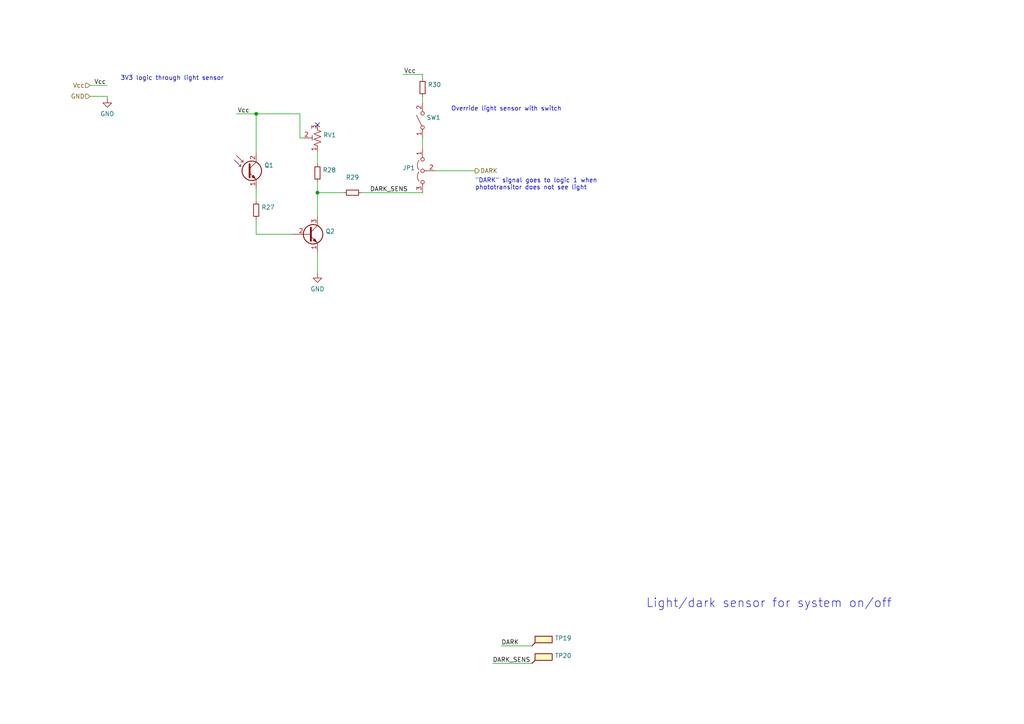
<source format=kicad_sch>
(kicad_sch (version 20211123) (generator eeschema)

  (uuid 5e3821b4-9183-446d-b58e-9dde5327c659)

  (paper "A4")

  (lib_symbols
    (symbol "Connector:TestPoint_Flag" (pin_numbers hide) (pin_names (offset 0.762) hide) (in_bom yes) (on_board yes)
      (property "Reference" "TP" (id 0) (at 3.429 1.778 0)
        (effects (font (size 1.27 1.27)))
      )
      (property "Value" "TestPoint_Flag" (id 1) (at 3.302 4.191 0)
        (effects (font (size 1.27 1.27)))
      )
      (property "Footprint" "" (id 2) (at 5.08 0 0)
        (effects (font (size 1.27 1.27)) hide)
      )
      (property "Datasheet" "~" (id 3) (at 5.08 0 0)
        (effects (font (size 1.27 1.27)) hide)
      )
      (property "ki_keywords" "test point tp" (id 4) (at 0 0 0)
        (effects (font (size 1.27 1.27)) hide)
      )
      (property "ki_description" "test point (alternative flag-style design)" (id 5) (at 0 0 0)
        (effects (font (size 1.27 1.27)) hide)
      )
      (property "ki_fp_filters" "Pin* Test*" (id 6) (at 0 0 0)
        (effects (font (size 1.27 1.27)) hide)
      )
      (symbol "TestPoint_Flag_0_1"
        (polyline
          (pts
            (xy 0 0)
            (xy 0.889 0.889)
          )
          (stroke (width 0.254) (type default) (color 0 0 0 0))
          (fill (type none))
        )
        (rectangle (start 0.889 2.794) (end 5.842 0.889)
          (stroke (width 0.254) (type default) (color 0 0 0 0))
          (fill (type background))
        )
      )
      (symbol "TestPoint_Flag_1_1"
        (pin passive line (at 0 0 90) (length 0)
          (name "1" (effects (font (size 1.27 1.27))))
          (number "1" (effects (font (size 1.27 1.27))))
        )
      )
    )
    (symbol "Device:Q_NPN_EBC" (pin_names (offset 0) hide) (in_bom yes) (on_board yes)
      (property "Reference" "Q" (id 0) (at 5.08 1.27 0)
        (effects (font (size 1.27 1.27)) (justify left))
      )
      (property "Value" "Q_NPN_EBC" (id 1) (at 5.08 -1.27 0)
        (effects (font (size 1.27 1.27)) (justify left))
      )
      (property "Footprint" "" (id 2) (at 5.08 2.54 0)
        (effects (font (size 1.27 1.27)) hide)
      )
      (property "Datasheet" "~" (id 3) (at 0 0 0)
        (effects (font (size 1.27 1.27)) hide)
      )
      (property "ki_keywords" "transistor NPN" (id 4) (at 0 0 0)
        (effects (font (size 1.27 1.27)) hide)
      )
      (property "ki_description" "NPN transistor, emitter/base/collector" (id 5) (at 0 0 0)
        (effects (font (size 1.27 1.27)) hide)
      )
      (symbol "Q_NPN_EBC_0_1"
        (polyline
          (pts
            (xy 0.635 0.635)
            (xy 2.54 2.54)
          )
          (stroke (width 0) (type default) (color 0 0 0 0))
          (fill (type none))
        )
        (polyline
          (pts
            (xy 0.635 -0.635)
            (xy 2.54 -2.54)
            (xy 2.54 -2.54)
          )
          (stroke (width 0) (type default) (color 0 0 0 0))
          (fill (type none))
        )
        (polyline
          (pts
            (xy 0.635 1.905)
            (xy 0.635 -1.905)
            (xy 0.635 -1.905)
          )
          (stroke (width 0.508) (type default) (color 0 0 0 0))
          (fill (type none))
        )
        (polyline
          (pts
            (xy 1.27 -1.778)
            (xy 1.778 -1.27)
            (xy 2.286 -2.286)
            (xy 1.27 -1.778)
            (xy 1.27 -1.778)
          )
          (stroke (width 0) (type default) (color 0 0 0 0))
          (fill (type outline))
        )
        (circle (center 1.27 0) (radius 2.8194)
          (stroke (width 0.254) (type default) (color 0 0 0 0))
          (fill (type none))
        )
      )
      (symbol "Q_NPN_EBC_1_1"
        (pin passive line (at 2.54 -5.08 90) (length 2.54)
          (name "E" (effects (font (size 1.27 1.27))))
          (number "1" (effects (font (size 1.27 1.27))))
        )
        (pin passive line (at -5.08 0 0) (length 5.715)
          (name "B" (effects (font (size 1.27 1.27))))
          (number "2" (effects (font (size 1.27 1.27))))
        )
        (pin passive line (at 2.54 5.08 270) (length 2.54)
          (name "C" (effects (font (size 1.27 1.27))))
          (number "3" (effects (font (size 1.27 1.27))))
        )
      )
    )
    (symbol "Device:Q_Photo_NPN_EC" (pin_names (offset 0) hide) (in_bom yes) (on_board yes)
      (property "Reference" "Q" (id 0) (at 5.08 1.27 0)
        (effects (font (size 1.27 1.27)) (justify left))
      )
      (property "Value" "Q_Photo_NPN_EC" (id 1) (at 5.08 -1.27 0)
        (effects (font (size 1.27 1.27)) (justify left))
      )
      (property "Footprint" "" (id 2) (at 5.08 2.54 0)
        (effects (font (size 1.27 1.27)) hide)
      )
      (property "Datasheet" "~" (id 3) (at 0 0 0)
        (effects (font (size 1.27 1.27)) hide)
      )
      (property "ki_keywords" "phototransistor NPN" (id 4) (at 0 0 0)
        (effects (font (size 1.27 1.27)) hide)
      )
      (property "ki_description" "NPN phototransistor, emitter/collector" (id 5) (at 0 0 0)
        (effects (font (size 1.27 1.27)) hide)
      )
      (symbol "Q_Photo_NPN_EC_0_1"
        (polyline
          (pts
            (xy -1.905 1.27)
            (xy -2.54 1.27)
          )
          (stroke (width 0) (type default) (color 0 0 0 0))
          (fill (type none))
        )
        (polyline
          (pts
            (xy -1.27 2.54)
            (xy -1.905 2.54)
          )
          (stroke (width 0) (type default) (color 0 0 0 0))
          (fill (type none))
        )
        (polyline
          (pts
            (xy 0.635 0.635)
            (xy 2.54 2.54)
          )
          (stroke (width 0) (type default) (color 0 0 0 0))
          (fill (type none))
        )
        (polyline
          (pts
            (xy -3.81 3.175)
            (xy -1.905 1.27)
            (xy -1.905 1.905)
          )
          (stroke (width 0) (type default) (color 0 0 0 0))
          (fill (type none))
        )
        (polyline
          (pts
            (xy -3.175 4.445)
            (xy -1.27 2.54)
            (xy -1.27 3.175)
          )
          (stroke (width 0) (type default) (color 0 0 0 0))
          (fill (type none))
        )
        (polyline
          (pts
            (xy 0.635 -0.635)
            (xy 2.54 -2.54)
            (xy 2.54 -2.54)
          )
          (stroke (width 0) (type default) (color 0 0 0 0))
          (fill (type none))
        )
        (polyline
          (pts
            (xy 0.635 1.905)
            (xy 0.635 -1.905)
            (xy 0.635 -1.905)
          )
          (stroke (width 0.508) (type default) (color 0 0 0 0))
          (fill (type none))
        )
        (polyline
          (pts
            (xy 1.27 -1.778)
            (xy 1.778 -1.27)
            (xy 2.286 -2.286)
            (xy 1.27 -1.778)
            (xy 1.27 -1.778)
          )
          (stroke (width 0) (type default) (color 0 0 0 0))
          (fill (type outline))
        )
        (circle (center 1.27 0) (radius 2.8194)
          (stroke (width 0.254) (type default) (color 0 0 0 0))
          (fill (type none))
        )
      )
      (symbol "Q_Photo_NPN_EC_1_1"
        (pin passive line (at 2.54 -5.08 90) (length 2.54)
          (name "E" (effects (font (size 1.27 1.27))))
          (number "1" (effects (font (size 1.27 1.27))))
        )
        (pin passive line (at 2.54 5.08 270) (length 2.54)
          (name "C" (effects (font (size 1.27 1.27))))
          (number "2" (effects (font (size 1.27 1.27))))
        )
      )
    )
    (symbol "Device:R_Potentiometer_Trim_US" (pin_names (offset 1.016) hide) (in_bom yes) (on_board yes)
      (property "Reference" "RV" (id 0) (at -4.445 0 90)
        (effects (font (size 1.27 1.27)))
      )
      (property "Value" "R_Potentiometer_Trim_US" (id 1) (at -2.54 0 90)
        (effects (font (size 1.27 1.27)))
      )
      (property "Footprint" "" (id 2) (at 0 0 0)
        (effects (font (size 1.27 1.27)) hide)
      )
      (property "Datasheet" "~" (id 3) (at 0 0 0)
        (effects (font (size 1.27 1.27)) hide)
      )
      (property "ki_keywords" "resistor variable trimpot trimmer" (id 4) (at 0 0 0)
        (effects (font (size 1.27 1.27)) hide)
      )
      (property "ki_description" "Trim-potentiometer, US symbol" (id 5) (at 0 0 0)
        (effects (font (size 1.27 1.27)) hide)
      )
      (property "ki_fp_filters" "Potentiometer*" (id 6) (at 0 0 0)
        (effects (font (size 1.27 1.27)) hide)
      )
      (symbol "R_Potentiometer_Trim_US_0_1"
        (polyline
          (pts
            (xy 0 -2.286)
            (xy 0 -2.54)
          )
          (stroke (width 0) (type default) (color 0 0 0 0))
          (fill (type none))
        )
        (polyline
          (pts
            (xy 0 2.286)
            (xy 0 2.54)
          )
          (stroke (width 0) (type default) (color 0 0 0 0))
          (fill (type none))
        )
        (polyline
          (pts
            (xy 1.524 0.762)
            (xy 1.524 -0.762)
          )
          (stroke (width 0) (type default) (color 0 0 0 0))
          (fill (type none))
        )
        (polyline
          (pts
            (xy 2.54 0)
            (xy 1.524 0)
          )
          (stroke (width 0) (type default) (color 0 0 0 0))
          (fill (type none))
        )
        (polyline
          (pts
            (xy 0 -0.762)
            (xy 1.016 -1.143)
            (xy 0 -1.524)
            (xy -1.016 -1.905)
            (xy 0 -2.286)
          )
          (stroke (width 0) (type default) (color 0 0 0 0))
          (fill (type none))
        )
        (polyline
          (pts
            (xy 0 0.762)
            (xy 1.016 0.381)
            (xy 0 0)
            (xy -1.016 -0.381)
            (xy 0 -0.762)
          )
          (stroke (width 0) (type default) (color 0 0 0 0))
          (fill (type none))
        )
        (polyline
          (pts
            (xy 0 2.286)
            (xy 1.016 1.905)
            (xy 0 1.524)
            (xy -1.016 1.143)
            (xy 0 0.762)
          )
          (stroke (width 0) (type default) (color 0 0 0 0))
          (fill (type none))
        )
      )
      (symbol "R_Potentiometer_Trim_US_1_1"
        (pin passive line (at 0 3.81 270) (length 1.27)
          (name "1" (effects (font (size 1.27 1.27))))
          (number "1" (effects (font (size 1.27 1.27))))
        )
        (pin passive line (at 3.81 0 180) (length 1.27)
          (name "2" (effects (font (size 1.27 1.27))))
          (number "2" (effects (font (size 1.27 1.27))))
        )
        (pin passive line (at 0 -3.81 90) (length 1.27)
          (name "3" (effects (font (size 1.27 1.27))))
          (number "3" (effects (font (size 1.27 1.27))))
        )
      )
    )
    (symbol "Device:R_Small" (pin_numbers hide) (pin_names (offset 0.254) hide) (in_bom yes) (on_board yes)
      (property "Reference" "R" (id 0) (at 0.762 0.508 0)
        (effects (font (size 1.27 1.27)) (justify left))
      )
      (property "Value" "R_Small" (id 1) (at 0.762 -1.016 0)
        (effects (font (size 1.27 1.27)) (justify left))
      )
      (property "Footprint" "" (id 2) (at 0 0 0)
        (effects (font (size 1.27 1.27)) hide)
      )
      (property "Datasheet" "~" (id 3) (at 0 0 0)
        (effects (font (size 1.27 1.27)) hide)
      )
      (property "ki_keywords" "R resistor" (id 4) (at 0 0 0)
        (effects (font (size 1.27 1.27)) hide)
      )
      (property "ki_description" "Resistor, small symbol" (id 5) (at 0 0 0)
        (effects (font (size 1.27 1.27)) hide)
      )
      (property "ki_fp_filters" "R_*" (id 6) (at 0 0 0)
        (effects (font (size 1.27 1.27)) hide)
      )
      (symbol "R_Small_0_1"
        (rectangle (start -0.762 1.778) (end 0.762 -1.778)
          (stroke (width 0.2032) (type default) (color 0 0 0 0))
          (fill (type none))
        )
      )
      (symbol "R_Small_1_1"
        (pin passive line (at 0 2.54 270) (length 0.762)
          (name "~" (effects (font (size 1.27 1.27))))
          (number "1" (effects (font (size 1.27 1.27))))
        )
        (pin passive line (at 0 -2.54 90) (length 0.762)
          (name "~" (effects (font (size 1.27 1.27))))
          (number "2" (effects (font (size 1.27 1.27))))
        )
      )
    )
    (symbol "Jumper:Jumper_3_Open" (pin_names (offset 0) hide) (in_bom yes) (on_board yes)
      (property "Reference" "JP" (id 0) (at -2.54 -2.54 0)
        (effects (font (size 1.27 1.27)))
      )
      (property "Value" "Jumper_3_Open" (id 1) (at 0 2.794 0)
        (effects (font (size 1.27 1.27)))
      )
      (property "Footprint" "" (id 2) (at 0 0 0)
        (effects (font (size 1.27 1.27)) hide)
      )
      (property "Datasheet" "~" (id 3) (at 0 0 0)
        (effects (font (size 1.27 1.27)) hide)
      )
      (property "ki_keywords" "Jumper SPDT" (id 4) (at 0 0 0)
        (effects (font (size 1.27 1.27)) hide)
      )
      (property "ki_description" "Jumper, 3-pole, both open" (id 5) (at 0 0 0)
        (effects (font (size 1.27 1.27)) hide)
      )
      (property "ki_fp_filters" "Jumper* TestPoint*3Pads* TestPoint*Bridge*" (id 6) (at 0 0 0)
        (effects (font (size 1.27 1.27)) hide)
      )
      (symbol "Jumper_3_Open_0_0"
        (circle (center -3.302 0) (radius 0.508)
          (stroke (width 0) (type default) (color 0 0 0 0))
          (fill (type none))
        )
        (circle (center 0 0) (radius 0.508)
          (stroke (width 0) (type default) (color 0 0 0 0))
          (fill (type none))
        )
        (circle (center 3.302 0) (radius 0.508)
          (stroke (width 0) (type default) (color 0 0 0 0))
          (fill (type none))
        )
      )
      (symbol "Jumper_3_Open_0_1"
        (arc (start -0.254 1.016) (mid -1.651 1.4992) (end -3.048 1.016)
          (stroke (width 0) (type default) (color 0 0 0 0))
          (fill (type none))
        )
        (polyline
          (pts
            (xy 0 -0.508)
            (xy 0 -1.27)
          )
          (stroke (width 0) (type default) (color 0 0 0 0))
          (fill (type none))
        )
        (arc (start 3.048 1.016) (mid 1.651 1.4992) (end 0.254 1.016)
          (stroke (width 0) (type default) (color 0 0 0 0))
          (fill (type none))
        )
      )
      (symbol "Jumper_3_Open_1_1"
        (pin passive line (at -6.35 0 0) (length 2.54)
          (name "A" (effects (font (size 1.27 1.27))))
          (number "1" (effects (font (size 1.27 1.27))))
        )
        (pin passive line (at 0 -3.81 90) (length 2.54)
          (name "C" (effects (font (size 1.27 1.27))))
          (number "2" (effects (font (size 1.27 1.27))))
        )
        (pin passive line (at 6.35 0 180) (length 2.54)
          (name "B" (effects (font (size 1.27 1.27))))
          (number "3" (effects (font (size 1.27 1.27))))
        )
      )
    )
    (symbol "Switch:SW_SPST" (pin_names (offset 0) hide) (in_bom yes) (on_board yes)
      (property "Reference" "SW" (id 0) (at 0 3.175 0)
        (effects (font (size 1.27 1.27)))
      )
      (property "Value" "SW_SPST" (id 1) (at 0 -2.54 0)
        (effects (font (size 1.27 1.27)))
      )
      (property "Footprint" "" (id 2) (at 0 0 0)
        (effects (font (size 1.27 1.27)) hide)
      )
      (property "Datasheet" "~" (id 3) (at 0 0 0)
        (effects (font (size 1.27 1.27)) hide)
      )
      (property "ki_keywords" "switch lever" (id 4) (at 0 0 0)
        (effects (font (size 1.27 1.27)) hide)
      )
      (property "ki_description" "Single Pole Single Throw (SPST) switch" (id 5) (at 0 0 0)
        (effects (font (size 1.27 1.27)) hide)
      )
      (symbol "SW_SPST_0_0"
        (circle (center -2.032 0) (radius 0.508)
          (stroke (width 0) (type default) (color 0 0 0 0))
          (fill (type none))
        )
        (polyline
          (pts
            (xy -1.524 0.254)
            (xy 1.524 1.778)
          )
          (stroke (width 0) (type default) (color 0 0 0 0))
          (fill (type none))
        )
        (circle (center 2.032 0) (radius 0.508)
          (stroke (width 0) (type default) (color 0 0 0 0))
          (fill (type none))
        )
      )
      (symbol "SW_SPST_1_1"
        (pin passive line (at -5.08 0 0) (length 2.54)
          (name "A" (effects (font (size 1.27 1.27))))
          (number "1" (effects (font (size 1.27 1.27))))
        )
        (pin passive line (at 5.08 0 180) (length 2.54)
          (name "B" (effects (font (size 1.27 1.27))))
          (number "2" (effects (font (size 1.27 1.27))))
        )
      )
    )
    (symbol "power:GND" (power) (pin_names (offset 0)) (in_bom yes) (on_board yes)
      (property "Reference" "#PWR" (id 0) (at 0 -6.35 0)
        (effects (font (size 1.27 1.27)) hide)
      )
      (property "Value" "GND" (id 1) (at 0 -3.81 0)
        (effects (font (size 1.27 1.27)))
      )
      (property "Footprint" "" (id 2) (at 0 0 0)
        (effects (font (size 1.27 1.27)) hide)
      )
      (property "Datasheet" "" (id 3) (at 0 0 0)
        (effects (font (size 1.27 1.27)) hide)
      )
      (property "ki_keywords" "power-flag" (id 4) (at 0 0 0)
        (effects (font (size 1.27 1.27)) hide)
      )
      (property "ki_description" "Power symbol creates a global label with name \"GND\" , ground" (id 5) (at 0 0 0)
        (effects (font (size 1.27 1.27)) hide)
      )
      (symbol "GND_0_1"
        (polyline
          (pts
            (xy 0 0)
            (xy 0 -1.27)
            (xy 1.27 -1.27)
            (xy 0 -2.54)
            (xy -1.27 -1.27)
            (xy 0 -1.27)
          )
          (stroke (width 0) (type default) (color 0 0 0 0))
          (fill (type none))
        )
      )
      (symbol "GND_1_1"
        (pin power_in line (at 0 0 270) (length 0) hide
          (name "GND" (effects (font (size 1.27 1.27))))
          (number "1" (effects (font (size 1.27 1.27))))
        )
      )
    )
  )

  (junction (at 92.075 55.88) (diameter 0) (color 0 0 0 0)
    (uuid 5dd035d7-202b-4648-bdc1-221a67bca4c6)
  )
  (junction (at 74.295 33.02) (diameter 0) (color 0 0 0 0)
    (uuid 5edd9385-c42a-4ede-8c4d-6a8002139116)
  )

  (no_connect (at 92.075 36.195) (uuid 0b003776-67e2-4491-a828-700b4976a17d))

  (wire (pts (xy 26.035 24.765) (xy 31.115 24.765))
    (stroke (width 0) (type default) (color 0 0 0 0))
    (uuid 062bff8e-7a16-4909-a3f3-0d59fdd3f302)
  )
  (wire (pts (xy 74.295 44.45) (xy 74.295 33.02))
    (stroke (width 0) (type default) (color 0 0 0 0))
    (uuid 094d9c96-6641-4305-98f7-246255458f75)
  )
  (wire (pts (xy 145.415 187.325) (xy 154.305 187.325))
    (stroke (width 0) (type default) (color 0 0 0 0))
    (uuid 17ed4217-c54b-49dd-8a98-cab3fda5c87a)
  )
  (wire (pts (xy 26.035 27.94) (xy 31.115 27.94))
    (stroke (width 0) (type default) (color 0 0 0 0))
    (uuid 2fa7b504-a59b-43ae-9d00-7803dd6571a4)
  )
  (wire (pts (xy 86.995 33.02) (xy 74.295 33.02))
    (stroke (width 0) (type default) (color 0 0 0 0))
    (uuid 5c6a235e-c15a-462b-9e92-6f653cdf14f8)
  )
  (wire (pts (xy 86.995 40.005) (xy 88.265 40.005))
    (stroke (width 0) (type default) (color 0 0 0 0))
    (uuid 665c2f6f-53cc-4a05-bdf1-10482c87c06b)
  )
  (wire (pts (xy 92.075 43.815) (xy 92.075 47.625))
    (stroke (width 0) (type default) (color 0 0 0 0))
    (uuid 68d2c885-3524-4636-90b2-e88d343c904e)
  )
  (wire (pts (xy 142.875 192.405) (xy 154.305 192.405))
    (stroke (width 0) (type default) (color 0 0 0 0))
    (uuid 730ec6c5-2562-46e3-94b9-a0bf877a5805)
  )
  (wire (pts (xy 74.295 54.61) (xy 74.295 58.42))
    (stroke (width 0) (type default) (color 0 0 0 0))
    (uuid 76fd83b6-da93-4bda-aa0d-4232a8572e38)
  )
  (wire (pts (xy 92.075 55.88) (xy 99.695 55.88))
    (stroke (width 0) (type default) (color 0 0 0 0))
    (uuid 78416f91-e123-4196-a13f-c9bbbc498893)
  )
  (wire (pts (xy 74.295 63.5) (xy 74.295 67.945))
    (stroke (width 0) (type default) (color 0 0 0 0))
    (uuid 7edddbff-2c6d-4a91-aa89-27b6591644b8)
  )
  (wire (pts (xy 122.555 27.94) (xy 122.555 29.845))
    (stroke (width 0) (type default) (color 0 0 0 0))
    (uuid 92e4e896-efd6-40a3-bfef-8077b3befd56)
  )
  (wire (pts (xy 92.075 73.025) (xy 92.075 79.375))
    (stroke (width 0) (type default) (color 0 0 0 0))
    (uuid 9dc7fe49-fe13-4c28-adbf-b5ac591078b5)
  )
  (wire (pts (xy 92.075 55.88) (xy 92.075 62.865))
    (stroke (width 0) (type default) (color 0 0 0 0))
    (uuid af88d228-a9be-4b4c-8798-5db4a1223f09)
  )
  (wire (pts (xy 122.555 21.59) (xy 122.555 22.86))
    (stroke (width 0) (type default) (color 0 0 0 0))
    (uuid b34cf04a-710e-4b96-ab60-55bb2f58fe7d)
  )
  (wire (pts (xy 104.775 55.88) (xy 122.555 55.88))
    (stroke (width 0) (type default) (color 0 0 0 0))
    (uuid c6991901-1a9a-4f50-9b2f-c8cfc15f60aa)
  )
  (wire (pts (xy 86.995 33.02) (xy 86.995 40.005))
    (stroke (width 0) (type default) (color 0 0 0 0))
    (uuid cbc42ec6-1813-42fa-a76a-22b2b6294073)
  )
  (wire (pts (xy 92.075 52.705) (xy 92.075 55.88))
    (stroke (width 0) (type default) (color 0 0 0 0))
    (uuid d08278b4-176c-49bf-8fe0-08f21a025d1b)
  )
  (wire (pts (xy 68.58 33.02) (xy 74.295 33.02))
    (stroke (width 0) (type default) (color 0 0 0 0))
    (uuid d3c1020a-4d36-42c9-ada2-4a24b1e09752)
  )
  (wire (pts (xy 116.84 21.59) (xy 122.555 21.59))
    (stroke (width 0) (type default) (color 0 0 0 0))
    (uuid d5685857-799b-47f3-b097-27f89e9bff8f)
  )
  (wire (pts (xy 74.295 67.945) (xy 84.455 67.945))
    (stroke (width 0) (type default) (color 0 0 0 0))
    (uuid d8e05d7c-9ca8-4c0b-a849-b7d3f46fcf68)
  )
  (wire (pts (xy 122.555 40.005) (xy 122.555 43.18))
    (stroke (width 0) (type default) (color 0 0 0 0))
    (uuid e04d5308-10d0-4d2d-bb5d-6d1de28cdf3c)
  )
  (wire (pts (xy 31.115 27.94) (xy 31.115 28.575))
    (stroke (width 0) (type default) (color 0 0 0 0))
    (uuid e55f1fb5-a5c1-4937-be49-338a302b1e09)
  )
  (wire (pts (xy 126.365 49.53) (xy 137.795 49.53))
    (stroke (width 0) (type default) (color 0 0 0 0))
    (uuid efeedd31-8557-42e1-aa58-e3322214a239)
  )

  (text "\"DARK\" signal goes to logic 1 when\nphototransitor does not see light"
    (at 137.795 55.245 0)
    (effects (font (size 1.27 1.27)) (justify left bottom))
    (uuid 202c77a0-65e0-432d-b57e-6ff402227e25)
  )
  (text "3V3 logic through light sensor" (at 34.925 23.495 0)
    (effects (font (size 1.27 1.27)) (justify left bottom))
    (uuid 5e5d092d-abf4-4edf-aef2-aa6ac5406a2e)
  )
  (text "Override light sensor with switch\n" (at 130.81 32.385 0)
    (effects (font (size 1.27 1.27)) (justify left bottom))
    (uuid 7c1dfd89-be54-4698-a5c0-ee45e8b6d0ed)
  )
  (text "Light/dark sensor for system on/off" (at 187.325 176.53 0)
    (effects (font (size 2.54 2.54)) (justify left bottom))
    (uuid f2220530-7162-41ed-9300-b99b27110674)
  )

  (label "DARK" (at 145.415 187.325 0)
    (effects (font (size 1.27 1.27)) (justify left bottom))
    (uuid 0c089d22-5696-482d-b961-ba0473be428c)
  )
  (label "Vcc" (at 120.65 21.59 180)
    (effects (font (size 1.27 1.27)) (justify right bottom))
    (uuid 18e34fe9-394c-4056-9140-b28e1cbeed51)
  )
  (label "DARK_SENS" (at 107.315 55.88 0)
    (effects (font (size 1.27 1.27)) (justify left bottom))
    (uuid 6ac1621d-1e12-4adc-859d-2abbb3e8b4b3)
  )
  (label "DARK_SENS" (at 142.875 192.405 0)
    (effects (font (size 1.27 1.27)) (justify left bottom))
    (uuid 85f51e42-543e-41e0-b260-d334a250fe6f)
  )
  (label "Vcc" (at 72.39 33.02 180)
    (effects (font (size 1.27 1.27)) (justify right bottom))
    (uuid b1c57fd1-a4d1-4837-b295-a2a99c4e400e)
  )
  (label "Vcc" (at 27.305 24.765 0)
    (effects (font (size 1.27 1.27)) (justify left bottom))
    (uuid df0346fa-ea56-48c7-be02-d2b205593cf1)
  )

  (hierarchical_label "DARK" (shape output) (at 137.795 49.53 0)
    (effects (font (size 1.27 1.27)) (justify left))
    (uuid 577a15d5-96bb-4ab6-91f7-9846e15282cb)
  )
  (hierarchical_label "Vcc" (shape input) (at 26.035 24.765 180)
    (effects (font (size 1.27 1.27)) (justify right))
    (uuid 958ea2ed-1216-4ddd-b206-1bd2b8752801)
  )
  (hierarchical_label "GND" (shape input) (at 26.035 27.94 180)
    (effects (font (size 1.27 1.27)) (justify right))
    (uuid e14d8a2c-cb9c-46ec-b086-4eaab3b18591)
  )

  (symbol (lib_id "Connector:TestPoint_Flag") (at 154.305 187.325 0) (unit 1)
    (in_bom no) (on_board yes) (fields_autoplaced)
    (uuid 0b43c362-0a0d-4dd5-870e-fa6b3af73e67)
    (property "Reference" "TP19" (id 0) (at 160.909 185.0933 0)
      (effects (font (size 1.27 1.27)) (justify left))
    )
    (property "Value" "" (id 1) (at 160.909 187.6302 0)
      (effects (font (size 1.27 1.27)) (justify left))
    )
    (property "Footprint" "" (id 2) (at 159.385 187.325 0)
      (effects (font (size 1.27 1.27)) hide)
    )
    (property "Datasheet" "~" (id 3) (at 159.385 187.325 0)
      (effects (font (size 1.27 1.27)) hide)
    )
    (pin "1" (uuid 6b4e9ceb-7044-4507-aae3-ede1b3fccf6e))
  )

  (symbol (lib_id "Switch:SW_SPST") (at 122.555 34.925 90) (unit 1)
    (in_bom yes) (on_board yes) (fields_autoplaced)
    (uuid 4459ec0a-e414-4a56-95d0-80d2849f3276)
    (property "Reference" "SW1" (id 0) (at 123.698 34.0903 90)
      (effects (font (size 1.27 1.27)) (justify right))
    )
    (property "Value" "" (id 1) (at 123.698 36.6272 90)
      (effects (font (size 1.27 1.27)) (justify right))
    )
    (property "Footprint" "" (id 2) (at 122.555 34.925 0)
      (effects (font (size 1.27 1.27)) hide)
    )
    (property "Datasheet" "https://www.cuidevices.com/product/resource/ds01-254.pdf" (id 3) (at 122.555 34.925 0)
      (effects (font (size 1.27 1.27)) hide)
    )
    (property "MPN" "DS01-254-S-01BE" (id 4) (at 122.555 34.925 90)
      (effects (font (size 1.27 1.27)) hide)
    )
    (property "MANUFACTURER" "CUI Devices" (id 5) (at 122.555 34.925 90)
      (effects (font (size 1.27 1.27)) hide)
    )
    (property "Comment" "Any 1x SPST THT dip switch w/ same footprint OK" (id 6) (at 122.555 34.925 0)
      (effects (font (size 1.27 1.27)) hide)
    )
    (pin "1" (uuid 08515f81-25e3-4291-981f-e204ebf10e66))
    (pin "2" (uuid cd273beb-12cc-4ed6-bbfc-fdcbf841d3cf))
  )

  (symbol (lib_id "Device:R_Small") (at 102.235 55.88 90) (unit 1)
    (in_bom yes) (on_board yes) (fields_autoplaced)
    (uuid 76fa250c-74bf-4844-b0d6-46f3fb31d1fe)
    (property "Reference" "R29" (id 0) (at 102.235 51.4436 90))
    (property "Value" "" (id 1) (at 102.235 53.9805 90))
    (property "Footprint" "" (id 2) (at 102.235 55.88 0)
      (effects (font (size 1.27 1.27)) hide)
    )
    (property "Datasheet" "~" (id 3) (at 102.235 55.88 0)
      (effects (font (size 1.27 1.27)) hide)
    )
    (property "Comment" "220R 0603 resistor; +/-1%; 1/10W " (id 4) (at 102.235 55.88 0)
      (effects (font (size 1.27 1.27)) hide)
    )
    (property "MANUFACTURER" "YAEGO" (id 5) (at 102.235 55.88 0)
      (effects (font (size 1.27 1.27)) hide)
    )
    (property "MPN" "RC0603FR-07220RL" (id 6) (at 102.235 55.88 0)
      (effects (font (size 1.27 1.27)) hide)
    )
    (pin "1" (uuid f3ad2f84-6426-42ab-b836-5bf5f6adeca8))
    (pin "2" (uuid 9be87ad5-1e32-4650-952a-eef4e678699c))
  )

  (symbol (lib_id "Device:R_Small") (at 92.075 50.165 0) (unit 1)
    (in_bom yes) (on_board yes) (fields_autoplaced)
    (uuid 96e7f09c-7532-4183-8249-6ca778e8c8ce)
    (property "Reference" "R28" (id 0) (at 93.5736 49.3303 0)
      (effects (font (size 1.27 1.27)) (justify left))
    )
    (property "Value" "" (id 1) (at 93.5736 51.8672 0)
      (effects (font (size 1.27 1.27)) (justify left))
    )
    (property "Footprint" "" (id 2) (at 92.075 50.165 0)
      (effects (font (size 1.27 1.27)) hide)
    )
    (property "Datasheet" "~" (id 3) (at 92.075 50.165 0)
      (effects (font (size 1.27 1.27)) hide)
    )
    (property "Comment" "470R 0603 resistor; +/-1%; 1/10W " (id 4) (at 92.075 50.165 0)
      (effects (font (size 1.27 1.27)) hide)
    )
    (property "MANUFACTURER" "YAEGO" (id 5) (at 92.075 50.165 0)
      (effects (font (size 1.27 1.27)) hide)
    )
    (property "MPN" "RC0603FR-07470RL" (id 6) (at 92.075 50.165 0)
      (effects (font (size 1.27 1.27)) hide)
    )
    (pin "1" (uuid 5acb528c-2cfc-4563-9cea-1d839ac902d5))
    (pin "2" (uuid 1e2595f0-f3c7-47a7-92ba-e6e124c99652))
  )

  (symbol (lib_id "Device:Q_NPN_EBC") (at 89.535 67.945 0) (unit 1)
    (in_bom yes) (on_board yes) (fields_autoplaced)
    (uuid 97e771f9-d084-48cf-9652-e622c85c3256)
    (property "Reference" "Q2" (id 0) (at 94.3864 67.1103 0)
      (effects (font (size 1.27 1.27)) (justify left))
    )
    (property "Value" "" (id 1) (at 94.3864 69.6472 0)
      (effects (font (size 1.27 1.27)) (justify left))
    )
    (property "Footprint" "" (id 2) (at 94.615 65.405 0)
      (effects (font (size 1.27 1.27)) hide)
    )
    (property "Datasheet" "" (id 3) (at 89.535 67.945 0)
      (effects (font (size 1.27 1.27)) hide)
    )
    (property "MPN" "2N3904 PBFREE" (id 4) (at 89.535 67.945 0)
      (effects (font (size 1.27 1.27)) hide)
    )
    (property "MANUFACTURER" "Central Semiconductor" (id 5) (at 89.535 67.945 0)
      (effects (font (size 1.27 1.27)) hide)
    )
    (property "Comment" "Any 2N3904 TO-92 transistor OK" (id 6) (at 89.535 67.945 0)
      (effects (font (size 1.27 1.27)) hide)
    )
    (pin "1" (uuid e53f05df-c390-461a-a920-17dedc23fbe0))
    (pin "2" (uuid 8d765d87-3926-43e6-bdd7-27d135677b20))
    (pin "3" (uuid 1e384b2f-5051-4bb2-926c-d01e8c69e153))
  )

  (symbol (lib_id "power:GND") (at 92.075 79.375 0) (unit 1)
    (in_bom yes) (on_board yes) (fields_autoplaced)
    (uuid aa7f1ba5-73e6-4681-8d84-6dd3a286ccf4)
    (property "Reference" "#PWR056" (id 0) (at 92.075 85.725 0)
      (effects (font (size 1.27 1.27)) hide)
    )
    (property "Value" "GND" (id 1) (at 92.075 83.8184 0))
    (property "Footprint" "" (id 2) (at 92.075 79.375 0)
      (effects (font (size 1.27 1.27)) hide)
    )
    (property "Datasheet" "" (id 3) (at 92.075 79.375 0)
      (effects (font (size 1.27 1.27)) hide)
    )
    (pin "1" (uuid dd05b016-3176-49f3-8542-c76840875800))
  )

  (symbol (lib_id "Jumper:Jumper_3_Open") (at 122.555 49.53 90) (mirror x) (unit 1)
    (in_bom yes) (on_board yes) (fields_autoplaced)
    (uuid cbd8b785-0c8e-4509-ba77-b2205bc85c2c)
    (property "Reference" "JP1" (id 0) (at 120.4209 48.6953 90)
      (effects (font (size 1.27 1.27)) (justify left))
    )
    (property "Value" "" (id 1) (at 120.4209 51.2322 90)
      (effects (font (size 1.27 1.27)) (justify left))
    )
    (property "Footprint" "" (id 2) (at 122.555 49.53 0)
      (effects (font (size 1.27 1.27)) hide)
    )
    (property "Datasheet" "~" (id 3) (at 122.555 49.53 0)
      (effects (font (size 1.27 1.27)) hide)
    )
    (property "Comment" "Use 1x3 THT male pin header 2.54mm pitch" (id 4) (at 122.555 49.53 0)
      (effects (font (size 1.27 1.27)) hide)
    )
    (pin "1" (uuid 93bb867b-be7f-41b6-b584-bfc7143d3954))
    (pin "2" (uuid 7c99b234-cd55-4df9-9004-13c28a376f56))
    (pin "3" (uuid a47dfb8b-a086-4151-82b3-7f8e35a4c366))
  )

  (symbol (lib_id "Device:R_Small") (at 74.295 60.96 0) (unit 1)
    (in_bom yes) (on_board yes) (fields_autoplaced)
    (uuid d9a28d24-7591-423f-81f7-3ce767c07197)
    (property "Reference" "R27" (id 0) (at 75.7936 60.1253 0)
      (effects (font (size 1.27 1.27)) (justify left))
    )
    (property "Value" "" (id 1) (at 75.7936 62.6622 0)
      (effects (font (size 1.27 1.27)) (justify left))
    )
    (property "Footprint" "" (id 2) (at 74.295 60.96 0)
      (effects (font (size 1.27 1.27)) hide)
    )
    (property "Datasheet" "~" (id 3) (at 74.295 60.96 0)
      (effects (font (size 1.27 1.27)) hide)
    )
    (property "Comment" "4K7 0603 resistor; +/-1%; 1/10W " (id 4) (at 74.295 60.96 0)
      (effects (font (size 1.27 1.27)) hide)
    )
    (property "MANUFACTURER" "YAEGO" (id 5) (at 74.295 60.96 0)
      (effects (font (size 1.27 1.27)) hide)
    )
    (property "MPN" "RC0603FR-074K7L" (id 6) (at 74.295 60.96 0)
      (effects (font (size 1.27 1.27)) hide)
    )
    (pin "1" (uuid 1bec8f2f-b71f-41c4-8635-c5e8e2c57375))
    (pin "2" (uuid 8a65d6fe-c43f-4a4e-9804-7437df6fc676))
  )

  (symbol (lib_id "Device:R_Small") (at 122.555 25.4 0) (unit 1)
    (in_bom yes) (on_board yes) (fields_autoplaced)
    (uuid e0b58a1d-066c-4df7-a036-02ae4c9d590c)
    (property "Reference" "R30" (id 0) (at 124.0536 24.5653 0)
      (effects (font (size 1.27 1.27)) (justify left))
    )
    (property "Value" "" (id 1) (at 124.0536 27.1022 0)
      (effects (font (size 1.27 1.27)) (justify left))
    )
    (property "Footprint" "" (id 2) (at 122.555 25.4 0)
      (effects (font (size 1.27 1.27)) hide)
    )
    (property "Datasheet" "~" (id 3) (at 122.555 25.4 0)
      (effects (font (size 1.27 1.27)) hide)
    )
    (property "Comment" "4K7 0603 resistor; +/-1%; 1/10W " (id 4) (at 122.555 25.4 0)
      (effects (font (size 1.27 1.27)) hide)
    )
    (property "MANUFACTURER" "YAEGO" (id 5) (at 122.555 25.4 0)
      (effects (font (size 1.27 1.27)) hide)
    )
    (property "MPN" "RC0603FR-074K7L" (id 6) (at 122.555 25.4 0)
      (effects (font (size 1.27 1.27)) hide)
    )
    (pin "1" (uuid 10c314a1-99ab-4a7a-9911-691ca4631254))
    (pin "2" (uuid e6739cfa-97e7-4281-93f0-4fd8f3ba189a))
  )

  (symbol (lib_id "Device:Q_Photo_NPN_EC") (at 71.755 49.53 0) (unit 1)
    (in_bom yes) (on_board yes) (fields_autoplaced)
    (uuid e320ff10-2153-4c98-bf25-8200b4b0d0b2)
    (property "Reference" "Q1" (id 0) (at 76.6064 47.946 0)
      (effects (font (size 1.27 1.27)) (justify left))
    )
    (property "Value" "" (id 1) (at 76.6064 50.4829 0)
      (effects (font (size 1.27 1.27)) (justify left))
    )
    (property "Footprint" "" (id 2) (at 76.835 46.99 0)
      (effects (font (size 1.27 1.27)) hide)
    )
    (property "Datasheet" "https://media.digikey.com/pdf/Data%20Sheets/Everlight%20PDFs/PT334-6B.pdf" (id 3) (at 71.755 49.53 0)
      (effects (font (size 1.27 1.27)) hide)
    )
    (property "MPN" "PT334-6B" (id 4) (at 71.755 49.53 0)
      (effects (font (size 1.27 1.27)) hide)
    )
    (property "MANUFACTURER" "Everlight" (id 5) (at 71.755 49.53 0)
      (effects (font (size 1.27 1.27)) hide)
    )
    (property "Comment" "PT334 is externally-attached; mount 1x2 pin male header (2.54mm pitch) here" (id 6) (at 71.755 49.53 0)
      (effects (font (size 1.27 1.27)) hide)
    )
    (pin "1" (uuid d54e01bc-b2a3-49e6-847c-5c8b0cacee02))
    (pin "2" (uuid c98beb26-b0a2-4cee-ab11-fed165ceebcb))
  )

  (symbol (lib_id "Connector:TestPoint_Flag") (at 154.305 192.405 0) (unit 1)
    (in_bom no) (on_board yes)
    (uuid ed5808dc-9b73-4bc5-b42d-c71ceb15f250)
    (property "Reference" "TP20" (id 0) (at 160.909 190.1733 0)
      (effects (font (size 1.27 1.27)) (justify left))
    )
    (property "Value" "" (id 1) (at 161.29 192.405 0)
      (effects (font (size 1.27 1.27)) (justify left))
    )
    (property "Footprint" "" (id 2) (at 159.385 192.405 0)
      (effects (font (size 1.27 1.27)) hide)
    )
    (property "Datasheet" "~" (id 3) (at 159.385 192.405 0)
      (effects (font (size 1.27 1.27)) hide)
    )
    (pin "1" (uuid 5e30add8-d2f8-4f8a-9d2f-87fbe40899ef))
  )

  (symbol (lib_id "Device:R_Potentiometer_Trim_US") (at 92.075 40.005 180) (unit 1)
    (in_bom yes) (on_board yes) (fields_autoplaced)
    (uuid f69a367f-5d75-4c2a-862e-2da565efc6a8)
    (property "Reference" "RV1" (id 0) (at 93.726 39.1703 0)
      (effects (font (size 1.27 1.27)) (justify right))
    )
    (property "Value" "" (id 1) (at 93.726 41.7072 0)
      (effects (font (size 1.27 1.27)) (justify right))
    )
    (property "Footprint" "" (id 2) (at 92.075 40.005 0)
      (effects (font (size 1.27 1.27)) hide)
    )
    (property "Datasheet" "https://www.bourns.com/docs/Product-Datasheets/3362.pdf" (id 3) (at 92.075 40.005 0)
      (effects (font (size 1.27 1.27)) hide)
    )
    (property "MPN" "3362P-1-253LF" (id 4) (at 92.075 40.005 0)
      (effects (font (size 1.27 1.27)) hide)
    )
    (property "MANUFACTURER" "Bourns" (id 5) (at 92.075 40.005 0)
      (effects (font (size 1.27 1.27)) hide)
    )
    (property "Comment" "Any 25KOhm trimpot w/ same footprint OK" (id 6) (at 92.075 40.005 0)
      (effects (font (size 1.27 1.27)) hide)
    )
    (pin "1" (uuid 555ae4b7-cae2-472c-8e7e-50a0caecf4f0))
    (pin "2" (uuid 2acd183f-207f-436a-928b-fad712c5b10d))
    (pin "3" (uuid 317b0fb1-5cff-4706-b964-e6fe87af37a6))
  )

  (symbol (lib_id "power:GND") (at 31.115 28.575 0) (unit 1)
    (in_bom yes) (on_board yes) (fields_autoplaced)
    (uuid fd43ca29-aada-4b4f-bfc6-7b1341c5ff9b)
    (property "Reference" "#PWR055" (id 0) (at 31.115 34.925 0)
      (effects (font (size 1.27 1.27)) hide)
    )
    (property "Value" "GND" (id 1) (at 31.115 33.0184 0))
    (property "Footprint" "" (id 2) (at 31.115 28.575 0)
      (effects (font (size 1.27 1.27)) hide)
    )
    (property "Datasheet" "" (id 3) (at 31.115 28.575 0)
      (effects (font (size 1.27 1.27)) hide)
    )
    (pin "1" (uuid 29aea0f3-dbd4-4430-8f1e-77270a5cd610))
  )
)

</source>
